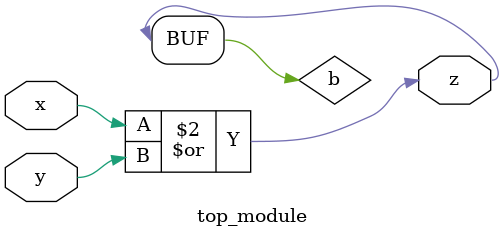
<source format=sv>
module top_module(
  input x,
  input y,
  output z);

  wire a, b, c;

  // First gate
  assign a = x & y;     // a = x AND y

  // Second gate
  assign b = x | y;      // b = x OR y

  // Third gate
  assign z = b;           // z = b

endmodule

</source>
